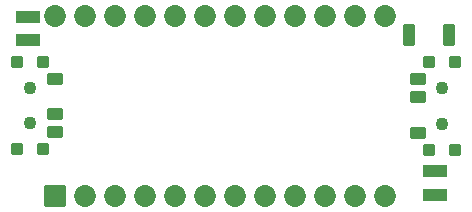
<source format=gbr>
%TF.GenerationSoftware,KiCad,Pcbnew,(6.0.6)*%
%TF.CreationDate,2022-10-25T17:15:21+11:00*%
%TF.ProjectId,battpack-double-ended,62617474-7061-4636-9b2d-646f75626c65,v1.0.0*%
%TF.SameCoordinates,Original*%
%TF.FileFunction,Soldermask,Top*%
%TF.FilePolarity,Negative*%
%FSLAX46Y46*%
G04 Gerber Fmt 4.6, Leading zero omitted, Abs format (unit mm)*
G04 Created by KiCad (PCBNEW (6.0.6)) date 2022-10-25 17:15:21*
%MOMM*%
%LPD*%
G01*
G04 APERTURE LIST*
G04 Aperture macros list*
%AMRoundRect*
0 Rectangle with rounded corners*
0 $1 Rounding radius*
0 $2 $3 $4 $5 $6 $7 $8 $9 X,Y pos of 4 corners*
0 Add a 4 corners polygon primitive as box body*
4,1,4,$2,$3,$4,$5,$6,$7,$8,$9,$2,$3,0*
0 Add four circle primitives for the rounded corners*
1,1,$1+$1,$2,$3*
1,1,$1+$1,$4,$5*
1,1,$1+$1,$6,$7*
1,1,$1+$1,$8,$9*
0 Add four rect primitives between the rounded corners*
20,1,$1+$1,$2,$3,$4,$5,0*
20,1,$1+$1,$4,$5,$6,$7,0*
20,1,$1+$1,$6,$7,$8,$9,0*
20,1,$1+$1,$8,$9,$2,$3,0*%
G04 Aperture macros list end*
%ADD10RoundRect,0.050000X-0.450000X-0.850000X0.450000X-0.850000X0.450000X0.850000X-0.450000X0.850000X0*%
%ADD11RoundRect,0.050000X-1.000000X-0.500000X1.000000X-0.500000X1.000000X0.500000X-1.000000X0.500000X0*%
%ADD12C,1.100000*%
%ADD13RoundRect,0.050000X-0.450000X0.450000X-0.450000X-0.450000X0.450000X-0.450000X0.450000X0.450000X0*%
%ADD14RoundRect,0.050000X-0.625000X0.450000X-0.625000X-0.450000X0.625000X-0.450000X0.625000X0.450000X0*%
%ADD15RoundRect,0.050000X0.450000X-0.450000X0.450000X0.450000X-0.450000X0.450000X-0.450000X-0.450000X0*%
%ADD16RoundRect,0.050000X0.625000X-0.450000X0.625000X0.450000X-0.625000X0.450000X-0.625000X-0.450000X0*%
%ADD17RoundRect,0.050000X1.000000X0.500000X-1.000000X0.500000X-1.000000X-0.500000X1.000000X-0.500000X0*%
%ADD18RoundRect,0.050000X-0.876300X-0.876300X0.876300X-0.876300X0.876300X0.876300X-0.876300X0.876300X0*%
%ADD19C,1.852600*%
G04 APERTURE END LIST*
D10*
%TO.C,B1*%
X79900000Y-44100000D03*
X83300000Y-44100000D03*
%TD*%
D11*
%TO.C,PAD4*%
X82100000Y-55600000D03*
%TD*%
D12*
%TO.C,T2*%
X82700000Y-51600000D03*
D13*
X83800000Y-53800000D03*
X81600000Y-53800000D03*
D12*
X82700000Y-48600000D03*
D13*
X81600000Y-46400000D03*
X83800000Y-46400000D03*
D14*
X80625000Y-52350000D03*
X80625000Y-49350000D03*
X80625000Y-47850000D03*
%TD*%
D11*
%TO.C,PAD3*%
X82100000Y-57600000D03*
%TD*%
D12*
%TO.C,T2*%
X47817752Y-48550000D03*
D15*
X46717752Y-46350000D03*
X48917752Y-46350000D03*
D12*
X47817752Y-51550000D03*
D15*
X48917752Y-53750000D03*
X46717752Y-53750000D03*
D16*
X49892752Y-47800000D03*
X49892752Y-50800000D03*
X49892752Y-52300000D03*
%TD*%
D17*
%TO.C,PAD3*%
X47600000Y-42550000D03*
%TD*%
D18*
%TO.C,*%
X49880000Y-57720000D03*
D19*
X52420000Y-57720000D03*
X54960000Y-57720000D03*
X57500000Y-57720000D03*
X60040000Y-57720000D03*
X62580000Y-57720000D03*
X65120000Y-57720000D03*
X67660000Y-57720000D03*
X70200000Y-57720000D03*
X72740000Y-57720000D03*
X75280000Y-57720000D03*
X77820000Y-57720000D03*
X77820000Y-42480000D03*
X75280000Y-42480000D03*
X72740000Y-42480000D03*
X70200000Y-42480000D03*
X67660000Y-42480000D03*
X65120000Y-42480000D03*
X62580000Y-42480000D03*
X60040000Y-42480000D03*
X57500000Y-42480000D03*
X54960000Y-42480000D03*
X52420000Y-42480000D03*
X49880000Y-42480000D03*
%TD*%
D17*
%TO.C,PAD4*%
X47600000Y-44550000D03*
%TD*%
D12*
%TO.C,T1*%
X82700000Y-51600000D03*
X82700000Y-48600000D03*
%TD*%
%TO.C,T1*%
X47817752Y-48550000D03*
X47817752Y-51550000D03*
%TD*%
M02*

</source>
